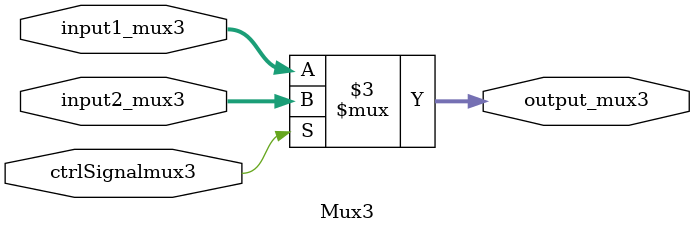
<source format=v>
module Mux3(
    input ctrlSignalmux3,
	input [31:0]input1_mux3, input2_mux3,
	output reg [31:0]output_mux3
);
// Conexiones


// Cuerpo del modulo
always@*
begin
	if(ctrlSignalmux3)
        begin
            output_mux3 = input2_mux3;
        end
    else
        begin
            output_mux3 = input1_mux3;
        end
end

endmodule

</source>
